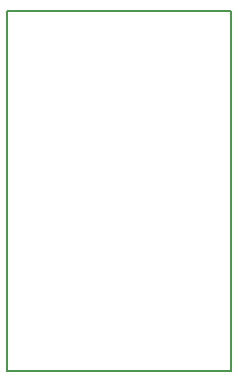
<source format=gko>
G04 PROTEUS RS274X GERBER FILE*
%FSLAX24Y24*%
%MOIN*%
%ADD10C,0.0080*%
G54D10*
X-3543Y-7480D02*
X+3937Y-7480D01*
X+3937Y+4527D01*
X-3543Y+4527D01*
X-3543Y-7480D01*
M00*

</source>
